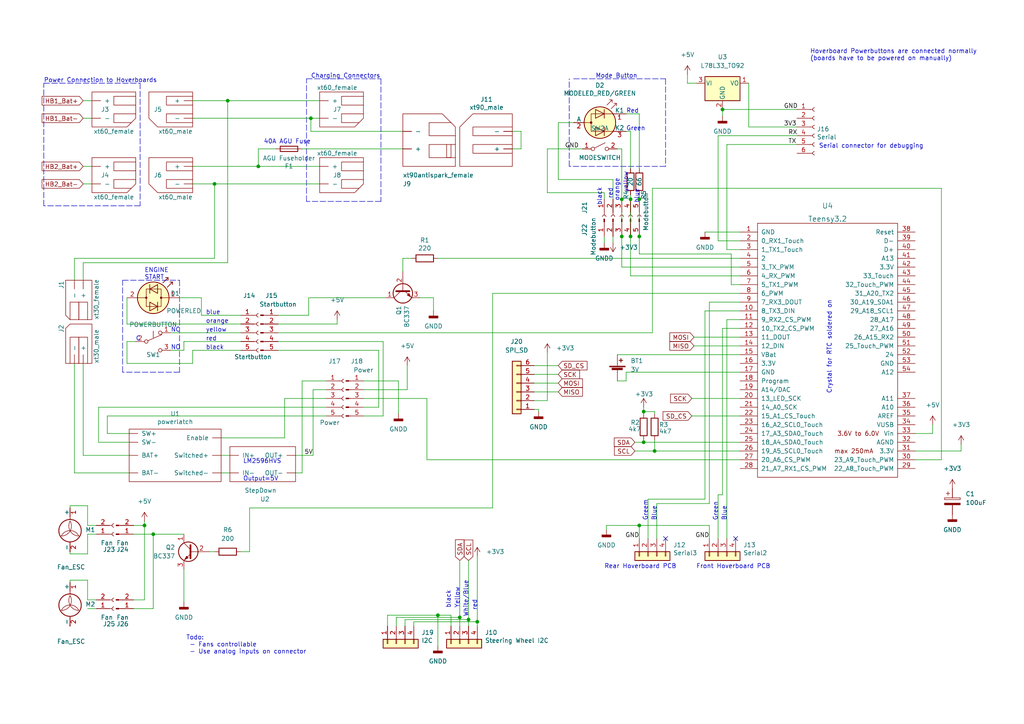
<source format=kicad_sch>
(kicad_sch (version 20211123) (generator eeschema)
  (paper "A4")
  (lib_symbols
    (symbol "Bobbycar_components:StepDown" (pin_names (offset 1.016))
      (property "Reference" "U" (at -1.27 0 0))
      (property "Value" "StepDown" (at 0 6.35 0))
      (symbol "StepDown_1_1"
        (pin power_in line (at -10.16 2.54 0) (length 2.54) (name "IN+") (number "~"))
        (pin power_in line (at -10.16 -2.54 0) (length 2.54) (name "IN-") (number "~"))
        (pin power_out line (at 8.89 2.54 180) (length 2.54) (name "OUT+") (number "~"))
        (pin power_out line (at 8.89 -2.54 180) (length 2.54) (name "OUT-") (number "~"))
      )
    )
    (symbol "Bobbycar_components:powerlatch" (pin_names (offset 1.016))
      (property "Reference" "U" (at -1.27 6.35 0))
      (property "Value" "powerlatch" (at 0 10.16 0))
      (symbol "powerlatch_1_1"
        (pin power_in line (at -12.7 1.27 0) (length 2.54) (name "BAT+") (number "~"))
        (pin power_in line (at -12.7 -3.81 0) (length 2.54) (name "BAT-") (number "~"))
        (pin input line (at 13.97 6.35 180) (length 2.54) (name "Enable") (number "~"))
        (pin input line (at -12.7 7.62 0) (length 2.54) (name "SW+") (number "~"))
        (pin input line (at -12.7 5.08 0) (length 2.54) (name "SW-") (number "~"))
        (pin power_in line (at 13.97 1.27 180) (length 2.54) (name "Switched+") (number "~"))
        (pin power_in line (at 13.97 -3.81 180) (length 2.54) (name "Switched-") (number "~"))
      )
    )
    (symbol "Bobbycar_components:xt30_female" (pin_names (offset 1.016))
      (property "Reference" "J" (at 0 15.24 0))
      (property "Value" "xt30_female" (at 0 12.7 0))
      (symbol "xt30_female_1_1"
        (pin power_out line (at 1.27 0 90) (length 2.54) (name "+") (number "~"))
        (pin power_out line (at -1.27 0 90) (length 2.54) (name "-") (number "~"))
      )
    )
    (symbol "Bobbycar_components:xt30_male" (pin_names (offset 1.016))
      (property "Reference" "J" (at 0 16.51 0))
      (property "Value" "xt30_male" (at 0 13.97 0))
      (symbol "xt30_male_1_1"
        (pin power_in line (at 1.27 0 90) (length 2.54) (name "+") (number "~"))
        (pin power_in line (at -1.27 0 90) (length 2.54) (name "-") (number "~"))
      )
    )
    (symbol "Bobbycar_components:xt60_female" (pin_names (offset 1.016))
      (property "Reference" "J" (at 0 11.43 0))
      (property "Value" "xt60_female" (at 0 13.97 0))
      (symbol "xt60_female_1_1"
        (pin power_out line (at 2.54 0 90) (length 2.54) (name "+") (number "~"))
        (pin power_out line (at -2.54 0 90) (length 2.54) (name "-") (number "~"))
      )
    )
    (symbol "Bobbycar_components:xt60_male" (pin_names (offset 1.016))
      (property "Reference" "J" (at 0 11.43 0))
      (property "Value" "xt60_male" (at 0 13.97 0))
      (symbol "xt60_male_1_1"
        (pin power_in line (at 2.54 0 90) (length 2.54) (name "+") (number "~"))
        (pin power_in line (at -2.54 0 90) (length 2.54) (name "-") (number "~"))
      )
    )
    (symbol "Bobbycar_components:xt90_male" (pin_names (offset 1.016))
      (property "Reference" "J" (at 0 19.05 0))
      (property "Value" "xt90_male" (at 0 16.51 0))
      (symbol "xt90_male_1_1"
        (pin power_in line (at 2.54 0 90) (length 2.54) (name "+") (number "~"))
        (pin power_in line (at -2.54 0 90) (length 2.54) (name "-") (number "~"))
      )
    )
    (symbol "Bobbycar_components:xt90antispark_female" (pin_names (offset 1.016))
      (property "Reference" "J" (at 0 16.51 0))
      (property "Value" "xt90antispark_female" (at 1.27 19.05 0))
      (symbol "xt90antispark_female_1_1"
        (pin power_out line (at 2.54 0 90) (length 2.54) (name "+") (number "~"))
        (pin power_out line (at -2.54 0 90) (length 2.54) (name "-") (number "~"))
      )
    )
    (symbol "Bobbycar_wiring-rescue:LED_Dual_2pin-Device" (pin_names (offset 0) hide)
      (property "Reference" "D" (at 0 5.715 0))
      (property "Value" "LED_Dual_2pin-Device" (at 0 -6.35 0))
      (symbol "LED_Dual_2pin-Device_1_1"
        (pin input line (at 7.62 0 180) (length 3.81) (name "KA") (number "1"))
        (pin input line (at -7.62 0 0) (length 3.048) (name "AK") (number "2"))
      )
    )
    (symbol "Bobbycar_wiring-rescue:LED_Dual_CAC-Device" (pin_names (offset 0))
      (property "Reference" "D" (at 0 5.715 0))
      (property "Value" "LED_Dual_CAC-Device" (at 0 -6.35 0))
      (symbol "LED_Dual_CAC-Device_1_1"
        (pin input line (at 7.62 2.54 180) (length 3.81) (name "K1") (number "1"))
        (pin input line (at -7.62 0 0) (length 3.048) (name "A") (number "2"))
        (pin input line (at 7.62 -2.54 180) (length 3.81) (name "K2") (number "3"))
      )
    )
    (symbol "Bobbycar_wiring-rescue:SW_DPST_x2-Switch" (pin_names (offset 0) hide)
      (property "Reference" "SW" (at 0 3.175 0))
      (property "Value" "SW_DPST_x2-Switch" (at 0 -2.54 0))
      (symbol "SW_DPST_x2-Switch_1_1"
        (pin passive line (at -5.08 0 0) (length 2.54) (name "A") (number "1"))
        (pin passive line (at 5.08 0 180) (length 2.54) (name "B") (number "2"))
      )
      (symbol "SW_DPST_x2-Switch_2_1"
        (pin input line (at -5.08 0 0) (length 2.54) (name "A") (number "3"))
        (pin input line (at 5.08 0 180) (length 2.54) (name "B") (number "4"))
      )
    )
    (symbol "Connector:Conn_01x02_Female" (pin_names (offset 1.016) hide)
      (property "Reference" "J" (at 0 2.54 0))
      (property "Value" "Conn_01x02_Female" (at 0 -5.08 0))
      (symbol "Conn_01x02_Female_1_1"
        (pin passive line (at -5.08 0 0) (length 3.81) (name "Pin_1") (number "1"))
        (pin passive line (at -5.08 -2.54 0) (length 3.81) (name "Pin_2") (number "2"))
      )
    )
    (symbol "Connector:Conn_01x02_Male" (pin_names (offset 1.016) hide)
      (property "Reference" "J" (at 0 2.54 0))
      (property "Value" "Conn_01x02_Male" (at 0 -5.08 0))
      (symbol "Conn_01x02_Male_1_1"
        (pin passive line (at 5.08 0 180) (length 3.81) (name "Pin_1") (number "1"))
        (pin passive line (at 5.08 -2.54 180) (length 3.81) (name "Pin_2") (number "2"))
      )
    )
    (symbol "Connector:Conn_01x05_Female" (pin_names (offset 1.016) hide)
      (property "Reference" "J" (at 0 7.62 0))
      (property "Value" "Conn_01x05_Female" (at 0 -7.62 0))
      (symbol "Conn_01x05_Female_1_1"
        (pin passive line (at -5.08 5.08 0) (length 3.81) (name "Pin_1") (number "1"))
        (pin passive line (at -5.08 2.54 0) (length 3.81) (name "Pin_2") (number "2"))
        (pin passive line (at -5.08 0 0) (length 3.81) (name "Pin_3") (number "3"))
        (pin passive line (at -5.08 -2.54 0) (length 3.81) (name "Pin_4") (number "4"))
        (pin passive line (at -5.08 -5.08 0) (length 3.81) (name "Pin_5") (number "5"))
      )
    )
    (symbol "Connector:Conn_01x05_Male" (pin_names (offset 1.016) hide)
      (property "Reference" "J" (at 0 7.62 0))
      (property "Value" "Conn_01x05_Male" (at 0 -7.62 0))
      (symbol "Conn_01x05_Male_1_1"
        (pin passive line (at 5.08 5.08 180) (length 3.81) (name "Pin_1") (number "1"))
        (pin passive line (at 5.08 2.54 180) (length 3.81) (name "Pin_2") (number "2"))
        (pin passive line (at 5.08 0 180) (length 3.81) (name "Pin_3") (number "3"))
        (pin passive line (at 5.08 -2.54 180) (length 3.81) (name "Pin_4") (number "4"))
        (pin passive line (at 5.08 -5.08 180) (length 3.81) (name "Pin_5") (number "5"))
      )
    )
    (symbol "Connector:Conn_01x06_Female" (pin_names (offset 1.016) hide)
      (property "Reference" "J" (at 0 7.62 0))
      (property "Value" "Conn_01x06_Female" (at 0 -10.16 0))
      (symbol "Conn_01x06_Female_1_1"
        (pin passive line (at -5.08 5.08 0) (length 3.81) (name "Pin_1") (number "1"))
        (pin passive line (at -5.08 2.54 0) (length 3.81) (name "Pin_2") (number "2"))
        (pin passive line (at -5.08 0 0) (length 3.81) (name "Pin_3") (number "3"))
        (pin passive line (at -5.08 -2.54 0) (length 3.81) (name "Pin_4") (number "4"))
        (pin passive line (at -5.08 -5.08 0) (length 3.81) (name "Pin_5") (number "5"))
        (pin passive line (at -5.08 -7.62 0) (length 3.81) (name "Pin_6") (number "6"))
      )
    )
    (symbol "Connector_Generic:Conn_01x04" (pin_names (offset 1.016) hide)
      (property "Reference" "J" (at 0 5.08 0))
      (property "Value" "Conn_01x04" (at 0 -7.62 0))
      (symbol "Conn_01x04_1_1"
        (pin passive line (at -5.08 2.54 0) (length 3.81) (name "Pin_1") (number "1"))
        (pin passive line (at -5.08 0 0) (length 3.81) (name "Pin_2") (number "2"))
        (pin passive line (at -5.08 -2.54 0) (length 3.81) (name "Pin_3") (number "3"))
        (pin passive line (at -5.08 -5.08 0) (length 3.81) (name "Pin_4") (number "4"))
      )
    )
    (symbol "Connector_Generic:Conn_01x06" (pin_names (offset 1.016) hide)
      (property "Reference" "J" (at 0 7.62 0))
      (property "Value" "Conn_01x06" (at 0 -10.16 0))
      (symbol "Conn_01x06_1_1"
        (pin passive line (at -5.08 5.08 0) (length 3.81) (name "Pin_1") (number "1"))
        (pin passive line (at -5.08 2.54 0) (length 3.81) (name "Pin_2") (number "2"))
        (pin passive line (at -5.08 0 0) (length 3.81) (name "Pin_3") (number "3"))
        (pin passive line (at -5.08 -2.54 0) (length 3.81) (name "Pin_4") (number "4"))
        (pin passive line (at -5.08 -5.08 0) (length 3.81) (name "Pin_5") (number "5"))
        (pin passive line (at -5.08 -7.62 0) (length 3.81) (name "Pin_6") (number "6"))
      )
    )
    (symbol "Device:Battery_Cell" (pin_numbers hide) (pin_names (offset 0) hide)
      (property "Reference" "BT" (at 2.54 2.54 0))
      (property "Value" "Battery_Cell" (at 2.54 0 0))
      (symbol "Battery_Cell_1_1"
        (pin passive line (at 0 5.08 270) (length 2.54) (name "+") (number "1"))
        (pin passive line (at 0 -2.54 90) (length 2.54) (name "-") (number "2"))
      )
    )
    (symbol "Device:C_Polarized" (pin_numbers hide) (pin_names (offset 0.254))
      (property "Reference" "C" (at 0.635 2.54 0))
      (property "Value" "C_Polarized" (at 0.635 -2.54 0))
      (symbol "C_Polarized_1_1"
        (pin passive line (at 0 3.81 270) (length 2.794) (name "~") (number "1"))
        (pin passive line (at 0 -3.81 90) (length 2.794) (name "~") (number "2"))
      )
    )
    (symbol "Device:Fuse" (pin_numbers hide) (pin_names (offset 0))
      (property "Reference" "F" (at 2.032 0 90))
      (property "Value" "Fuse" (at -1.905 0 90))
      (symbol "Fuse_1_1"
        (pin passive line (at 0 3.81 270) (length 1.27) (name "~") (number "1"))
        (pin passive line (at 0 -3.81 90) (length 1.27) (name "~") (number "2"))
      )
    )
    (symbol "Device:R" (pin_numbers hide) (pin_names (offset 0))
      (property "Reference" "R" (at 2.032 0 90))
      (property "Value" "R" (at 0 0 90))
      (symbol "R_1_1"
        (pin passive line (at 0 3.81 270) (length 1.27) (name "~") (number "1"))
        (pin passive line (at 0 -3.81 90) (length 1.27) (name "~") (number "2"))
      )
    )
    (symbol "Motor:Fan" (pin_names (offset 0))
      (property "Reference" "M" (at 2.54 5.08 0))
      (property "Value" "Fan" (at 2.54 -2.54 0))
      (symbol "Fan_1_1"
        (pin passive line (at 0 7.62 270) (length 2.54) (name "+") (number "1"))
        (pin passive line (at 0 -5.08 90) (length 2.54) (name "-") (number "2"))
      )
    )
    (symbol "Regulator_Linear:L78L33_TO92" (pin_names (offset 0.254))
      (property "Reference" "U" (at -3.81 3.175 0))
      (property "Value" "L78L33_TO92" (at 0 3.175 0))
      (symbol "L78L33_TO92_1_1"
        (pin power_out line (at 7.62 0 180) (length 2.54) (name "VO") (number "1"))
        (pin power_in line (at 0 -7.62 90) (length 2.54) (name "GND") (number "2"))
        (pin power_in line (at -7.62 0 0) (length 2.54) (name "VI") (number "3"))
      )
    )
    (symbol "Switch:SW_Push_SPDT" (pin_names (offset 0) hide)
      (property "Reference" "SW" (at 0 4.318 0))
      (property "Value" "SW_Push_SPDT" (at 0 -5.08 0))
      (symbol "SW_Push_SPDT_1_1"
        (pin passive line (at 5.08 2.54 180) (length 2.54) (name "A") (number "1"))
        (pin passive line (at -5.08 0 0) (length 2.54) (name "B") (number "2"))
        (pin passive line (at 5.08 -2.54 180) (length 2.54) (name "C") (number "3"))
      )
    )
    (symbol "Transistor_BJT:BC337" (pin_names (offset 0) hide)
      (property "Reference" "Q" (at 5.08 1.905 0))
      (property "Value" "BC337" (at 5.08 0 0))
      (symbol "BC337_1_1"
        (pin passive line (at 2.54 5.08 270) (length 2.54) (name "C") (number "1"))
        (pin input line (at -5.08 0 0) (length 5.08) (name "B") (number "2"))
        (pin passive line (at 2.54 -5.08 90) (length 2.54) (name "E") (number "3"))
      )
    )
    (symbol "power:+3V3" (power) (pin_names (offset 0))
      (property "Value" "+3V3" (at 0 3.556 0))
      (symbol "+3V3_1_1"
        (pin power_in line (at 0 0 90) (length 0) hide (name "+3V3") (number "1"))
      )
    )
    (symbol "power:+5V" (power) (pin_names (offset 0))
      (property "Value" "+5V" (at 0 3.556 0))
      (symbol "+5V_1_1"
        (pin power_in line (at 0 0 90) (length 0) hide (name "+5V") (number "1"))
      )
    )
    (symbol "power:GNDD" (power) (pin_names (offset 0))
      (property "Value" "GNDD" (at 0 -3.175 0))
      (symbol "GNDD_1_1"
        (pin power_in line (at 0 0 270) (length 0) hide (name "GNDD") (number "1"))
      )
    )
    (symbol "teensy:Teensy3.2" (pin_names (offset 1.016))
      (property "Reference" "U" (at 0 39.37 0))
      (property "Value" "Teensy3.2" (at 0 -39.37 0))
      (symbol "Teensy3.2_0_0"
        (text "3.6V to 6.0V" (at 8.89 -24.13 0) (effects (font (size 1.27 1.27))))
        (text "max 250mA" (at 7.62 -29.21 0) (effects (font (size 1.27 1.27))))
      )
      (symbol "Teensy3.2_1_1"
        (pin power_in line (at -25.4 34.29 0) (length 5.08) (name "GND") (number "1"))
        (pin bidirectional line (at -25.4 11.43 0) (length 5.08) (name "8_TX3_DIN") (number "10"))
        (pin bidirectional line (at -25.4 8.89 0) (length 5.08) (name "9_RX2_CS_PWM") (number "11"))
        (pin bidirectional line (at -25.4 6.35 0) (length 5.08) (name "10_TX2_CS_PWM") (number "12"))
        (pin bidirectional line (at -25.4 3.81 0) (length 5.08) (name "11_DOUT") (number "13"))
        (pin bidirectional line (at -25.4 1.27 0) (length 5.08) (name "12_DIN") (number "14"))
        (pin power_in line (at -25.4 -1.27 0) (length 5.08) (name "VBat") (number "15"))
        (pin power_out line (at -25.4 -3.81 0) (length 5.08) (name "3.3V") (number "16"))
        (pin power_in line (at -25.4 -6.35 0) (length 5.08) (name "GND") (number "17"))
        (pin input line (at -25.4 -8.89 0) (length 5.08) (name "Program") (number "18"))
        (pin bidirectional line (at -25.4 -11.43 0) (length 5.08) (name "A14/DAC") (number "19"))
        (pin bidirectional line (at -25.4 31.75 0) (length 5.08) (name "0_RX1_Touch") (number "2"))
        (pin bidirectional line (at -25.4 -13.97 0) (length 5.08) (name "13_LED_SCK") (number "20"))
        (pin bidirectional line (at -25.4 -16.51 0) (length 5.08) (name "14_A0_SCK") (number "21"))
        (pin bidirectional line (at -25.4 -19.05 0) (length 5.08) (name "15_A1_CS_Touch") (number "22"))
        (pin bidirectional line (at -25.4 -21.59 0) (length 5.08) (name "16_A2_SCL0_Touch") (number "23"))
        (pin bidirectional line (at -25.4 -24.13 0) (length 5.08) (name "17_A3_SDA0_Touch") (number "24"))
        (pin bidirectional line (at -25.4 -26.67 0) (length 5.08) (name "18_A4_SDA0_Touch") (number "25"))
        (pin bidirectional line (at -25.4 -29.21 0) (length 5.08) (name "19_A5_SCL0_Touch") (number "26"))
        (pin bidirectional line (at -25.4 -31.75 0) (length 5.08) (name "20_A6_CS_PWM") (number "27"))
        (pin bidirectional line (at -25.4 -34.29 0) (length 5.08) (name "21_A7_RX1_CS_PWM") (number "28"))
        (pin bidirectional line (at 25.4 -34.29 180) (length 5.08) (name "22_A8_Touch_PWM") (number "29"))
        (pin bidirectional line (at -25.4 29.21 0) (length 5.08) (name "1_TX1_Touch") (number "3"))
        (pin bidirectional line (at 25.4 -31.75 180) (length 5.08) (name "23_A9_Touch_PWM") (number "30"))
        (pin power_out line (at 25.4 -29.21 180) (length 5.08) (name "3.3V") (number "31"))
        (pin power_out line (at 25.4 -26.67 180) (length 5.08) (name "AGND") (number "32"))
        (pin power_in line (at 25.4 -24.13 180) (length 5.08) (name "Vin") (number "33"))
        (pin power_in line (at 25.4 -21.59 180) (length 5.08) (name "VUSB") (number "34"))
        (pin input line (at 25.4 -19.05 180) (length 5.08) (name "AREF") (number "35"))
        (pin bidirectional line (at 25.4 -16.51 180) (length 5.08) (name "A10") (number "36"))
        (pin bidirectional line (at 25.4 -13.97 180) (length 5.08) (name "A11") (number "37"))
        (pin input line (at 25.4 34.29 180) (length 5.08) (name "Reset") (number "38"))
        (pin bidirectional line (at 25.4 31.75 180) (length 5.08) (name "D-") (number "39"))
        (pin bidirectional line (at -25.4 26.67 0) (length 5.08) (name "2") (number "4"))
        (pin bidirectional line (at 25.4 29.21 180) (length 5.08) (name "D+") (number "40"))
        (pin bidirectional line (at 25.4 26.67 180) (length 5.08) (name "A13") (number "41"))
        (pin power_out line (at 25.4 24.13 180) (length 5.08) (name "3.3V") (number "42"))
        (pin bidirectional line (at 25.4 21.59 180) (length 5.08) (name "33_Touch") (number "43"))
        (pin bidirectional line (at 25.4 19.05 180) (length 5.08) (name "32_Touch_PWM") (number "44"))
        (pin bidirectional line (at 25.4 16.51 180) (length 5.08) (name "31_A20_TX2") (number "45"))
        (pin bidirectional line (at 25.4 13.97 180) (length 5.08) (name "30_A19_SDA1") (number "46"))
        (pin bidirectional line (at 25.4 11.43 180) (length 5.08) (name "29_A18_SCL1") (number "47"))
        (pin bidirectional line (at 25.4 8.89 180) (length 5.08) (name "28_A17") (number "48"))
        (pin bidirectional line (at 25.4 6.35 180) (length 5.08) (name "27_A16") (number "49"))
        (pin bidirectional line (at -25.4 24.13 0) (length 5.08) (name "3_TX_PWM") (number "5"))
        (pin bidirectional line (at 25.4 3.81 180) (length 5.08) (name "26_A15_RX2") (number "50"))
        (pin bidirectional line (at 25.4 1.27 180) (length 5.08) (name "25_Touch_PWM") (number "51"))
        (pin bidirectional line (at 25.4 -1.27 180) (length 5.08) (name "24") (number "52"))
        (pin power_in line (at 25.4 -3.81 180) (length 5.08) (name "GND") (number "53"))
        (pin bidirectional line (at 25.4 -6.35 180) (length 5.08) (name "A12") (number "54"))
        (pin bidirectional line (at -25.4 21.59 0) (length 5.08) (name "4_RX_PWM") (number "6"))
        (pin bidirectional line (at -25.4 19.05 0) (length 5.08) (name "5_TX1_PWM") (number "7"))
        (pin bidirectional line (at -25.4 16.51 0) (length 5.08) (name "6_PWM") (number "8"))
        (pin bidirectional line (at -25.4 13.97 0) (length 5.08) (name "7_RX3_DOUT") (number "9"))
      )
    )
  )
  (junction (at 62.23 53.34))
  (junction (at 41.91 152.4))
  (junction (at 135.89 179.705))
  (junction (at 186.69 128.27))
  (junction (at 90.17 34.29))
  (junction (at 44.45 154.94))
  (junction (at 182.88 57.785))
  (junction (at 185.42 152.4))
  (junction (at 186.69 119.38))
  (junction (at 185.42 68.58))
  (junction (at 127 178.435))
  (junction (at 74.93 48.26))
  (junction (at 189.865 130.81))
  (junction (at 185.42 57.785))
  (junction (at 209.55 31.75))
  (junction (at 182.88 68.58))
  (junction (at 180.34 57.785))
  (junction (at 180.34 68.58))
  (junction (at 138.43 180.34))
  (junction (at 133.35 179.07))
  (junction (at 66.04 29.21))
  (no_connect (at 213.36 156.21))
  (no_connect (at 193.04 156.21))
  (wire (pts (xy 66.675 132.08) (xy 64.135 132.08)))
  (wire (pts (xy 55.88 101.6) (xy 69.85 101.6)))
  (wire (pts (xy 62.23 53.34) (xy 62.23 74.93)))
  (wire (pts (xy 158.75 43.18) (xy 158.75 55.88)))
  (wire (pts (xy 181.61 38.1) (xy 182.88 38.1)))
  (wire (pts (xy 151.13 43.18) (xy 148.59 43.18)))
  (wire (pts (xy 185.42 57.785) (xy 185.42 68.58)))
  (wire (pts (xy 74.93 43.18) (xy 74.93 48.26)))
  (wire (pts (xy 127 178.435) (xy 112.395 178.435)))
  (polyline (pts (xy 12.7 59.69) (xy 12.7 24.13)))
  (wire (pts (xy 265.43 125.73) (xy 270.51 125.73)))
  (wire (pts (xy 133.35 162.56) (xy 133.35 179.07)))
  (wire (pts (xy 135.89 162.56) (xy 135.89 179.705)))
  (wire (pts (xy 189.865 119.38) (xy 189.865 120.015)))
  (wire (pts (xy 31.115 120.65) (xy 31.115 125.73)))
  (wire (pts (xy 177.8 52.07) (xy 177.8 57.785)))
  (wire (pts (xy 82.55 127) (xy 82.55 115.57)))
  (wire (pts (xy 37.465 125.73) (xy 31.115 125.73)))
  (wire (pts (xy 21.59 137.16) (xy 21.59 105.41)))
  (wire (pts (xy 26.67 53.34) (xy 24.13 53.34)))
  (wire (pts (xy 24.13 48.26) (xy 26.67 48.26)))
  (wire (pts (xy 186.69 118.11) (xy 186.69 119.38)))
  (wire (pts (xy 20.32 146.685) (xy 25.4 146.685)))
  (wire (pts (xy 265.43 130.81) (xy 278.765 130.81)))
  (wire (pts (xy 209.55 95.25) (xy 209.55 143.51)))
  (wire (pts (xy 66.04 29.21) (xy 66.04 76.2)))
  (wire (pts (xy 127 74.93) (xy 214.63 74.93)))
  (wire (pts (xy 38.735 173.99) (xy 41.91 173.99)))
  (polyline (pts (xy 52.07 81.28) (xy 52.07 107.95)))
  (wire (pts (xy 214.63 82.55) (xy 212.09 82.55)))
  (wire (pts (xy 212.09 73.66) (xy 185.42 73.66)))
  (wire (pts (xy 112.395 178.435) (xy 112.395 181.61)))
  (wire (pts (xy 20.32 168.275) (xy 25.4 168.275)))
  (wire (pts (xy 154.94 118.745) (xy 156.21 118.745)))
  (wire (pts (xy 214.63 85.09) (xy 142.875 85.09)))
  (polyline (pts (xy 40.64 24.13) (xy 40.64 59.69)))
  (wire (pts (xy 148.59 38.1) (xy 151.13 38.1)))
  (wire (pts (xy 89.535 86.36) (xy 111.76 86.36)))
  (wire (pts (xy 182.88 57.785) (xy 182.88 68.58)))
  (wire (pts (xy 161.925 35.56) (xy 161.925 52.07)))
  (wire (pts (xy 72.39 160.02) (xy 69.85 160.02)))
  (wire (pts (xy 55.88 105.41) (xy 55.88 101.6)))
  (wire (pts (xy 185.42 152.4) (xy 185.42 156.21)))
  (wire (pts (xy 209.55 31.75) (xy 209.55 33.655)))
  (wire (pts (xy 80.645 96.52) (xy 189.23 96.52)))
  (wire (pts (xy 20.32 168.91) (xy 20.32 168.275)))
  (wire (pts (xy 27.94 176.53) (xy 25.4 176.53)))
  (wire (pts (xy 209.55 143.51) (xy 208.28 143.51)))
  (wire (pts (xy 41.91 151.13) (xy 41.91 152.4)))
  (wire (pts (xy 62.23 53.34) (xy 92.71 53.34)))
  (wire (pts (xy 24.13 76.2) (xy 24.13 81.28)))
  (wire (pts (xy 25.4 154.94) (xy 25.4 160.655)))
  (wire (pts (xy 123.825 115.57) (xy 123.825 133.35)))
  (wire (pts (xy 158.75 43.18) (xy 168.91 43.18)))
  (wire (pts (xy 38.735 154.94) (xy 44.45 154.94)))
  (wire (pts (xy 154.94 108.585) (xy 161.925 108.585)))
  (wire (pts (xy 94.615 120.65) (xy 31.115 120.65)))
  (wire (pts (xy 154.94 111.125) (xy 161.925 111.125)))
  (wire (pts (xy 199.39 24.13) (xy 199.39 21.59)))
  (wire (pts (xy 24.13 132.08) (xy 37.465 132.08)))
  (wire (pts (xy 87.63 43.18) (xy 116.84 43.18)))
  (wire (pts (xy 109.855 118.11) (xy 105.41 118.11)))
  (wire (pts (xy 66.04 29.21) (xy 92.71 29.21)))
  (wire (pts (xy 135.89 179.705) (xy 117.475 179.705)))
  (wire (pts (xy 270.51 125.73) (xy 270.51 123.19)))
  (wire (pts (xy 158.75 55.88) (xy 175.26 55.88)))
  (wire (pts (xy 214.63 77.47) (xy 180.34 77.47)))
  (wire (pts (xy 25.4 168.275) (xy 25.4 173.99)))
  (wire (pts (xy 278.765 130.81) (xy 278.765 128.905)))
  (wire (pts (xy 90.17 38.1) (xy 90.17 34.29)))
  (wire (pts (xy 205.74 146.05) (xy 205.74 87.63)))
  (wire (pts (xy 89.535 91.44) (xy 89.535 86.36)))
  (wire (pts (xy 190.5 156.21) (xy 190.5 146.05)))
  (wire (pts (xy 123.825 133.35) (xy 214.63 133.35)))
  (wire (pts (xy 105.41 115.57) (xy 123.825 115.57)))
  (wire (pts (xy 184.15 128.27) (xy 186.69 128.27)))
  (wire (pts (xy 133.35 179.07) (xy 133.35 181.61)))
  (wire (pts (xy 189.23 54.61) (xy 189.23 96.52)))
  (wire (pts (xy 36.83 93.98) (xy 36.83 86.36)))
  (wire (pts (xy 58.42 91.44) (xy 69.85 91.44)))
  (wire (pts (xy 119.38 74.93) (xy 116.84 74.93)))
  (wire (pts (xy 130.81 178.435) (xy 127 178.435)))
  (wire (pts (xy 205.74 152.4) (xy 205.74 156.21)))
  (wire (pts (xy 177.8 68.58) (xy 177.8 70.485)))
  (wire (pts (xy 36.83 99.06) (xy 36.83 105.41)))
  (wire (pts (xy 94.615 118.11) (xy 28.575 118.11)))
  (wire (pts (xy 116.84 74.93) (xy 116.84 78.74)))
  (wire (pts (xy 182.88 68.58) (xy 182.88 80.01)))
  (wire (pts (xy 94.615 113.03) (xy 90.805 113.03)))
  (wire (pts (xy 138.43 180.34) (xy 138.43 181.61)))
  (wire (pts (xy 120.015 181.61) (xy 120.015 180.34)))
  (wire (pts (xy 217.17 24.13) (xy 217.17 36.83)))
  (wire (pts (xy 55.88 29.21) (xy 66.04 29.21)))
  (wire (pts (xy 24.13 29.21) (xy 26.67 29.21)))
  (wire (pts (xy 117.475 179.705) (xy 117.475 181.61)))
  (wire (pts (xy 182.88 56.515) (xy 182.88 57.785)))
  (wire (pts (xy 209.55 31.75) (xy 231.14 31.75)))
  (wire (pts (xy 25.4 146.685) (xy 25.4 152.4)))
  (wire (pts (xy 115.57 120.015) (xy 115.57 110.49)))
  (wire (pts (xy 25.4 173.99) (xy 27.94 173.99)))
  (wire (pts (xy 182.88 38.1) (xy 182.88 48.895)))
  (wire (pts (xy 208.28 69.85) (xy 208.28 39.37)))
  (wire (pts (xy 142.875 85.09) (xy 142.875 147.32)))
  (wire (pts (xy 204.47 90.17) (xy 204.47 144.78)))
  (wire (pts (xy 37.465 137.16) (xy 21.59 137.16)))
  (wire (pts (xy 38.735 176.53) (xy 44.45 176.53)))
  (wire (pts (xy 208.28 39.37) (xy 231.14 39.37)))
  (wire (pts (xy 175.895 152.4) (xy 185.42 152.4)))
  (polyline (pts (xy 165.1 48.26) (xy 165.1 22.86)))
  (wire (pts (xy 36.83 99.06) (xy 39.37 99.06)))
  (wire (pts (xy 125.73 86.36) (xy 125.73 90.17)))
  (wire (pts (xy 204.47 67.31) (xy 214.63 67.31)))
  (wire (pts (xy 115.57 110.49) (xy 105.41 110.49)))
  (wire (pts (xy 214.63 90.17) (xy 204.47 90.17)))
  (wire (pts (xy 187.96 156.21) (xy 187.96 144.78)))
  (wire (pts (xy 20.32 160.655) (xy 20.32 160.02)))
  (wire (pts (xy 38.735 152.4) (xy 41.91 152.4)))
  (wire (pts (xy 186.69 119.38) (xy 189.865 119.38)))
  (wire (pts (xy 111.125 120.65) (xy 111.125 99.06)))
  (wire (pts (xy 80.01 43.18) (xy 74.93 43.18)))
  (wire (pts (xy 80.645 101.6) (xy 109.855 101.6)))
  (wire (pts (xy 189.865 130.81) (xy 214.63 130.81)))
  (wire (pts (xy 180.34 43.18) (xy 180.34 57.785)))
  (wire (pts (xy 20.32 160.655) (xy 25.4 160.655)))
  (wire (pts (xy 118.11 113.03) (xy 105.41 113.03)))
  (wire (pts (xy 161.925 35.56) (xy 166.37 35.56)))
  (wire (pts (xy 74.93 48.26) (xy 92.71 48.26)))
  (polyline (pts (xy 52.07 107.95) (xy 35.56 107.95)))
  (wire (pts (xy 82.55 115.57) (xy 94.615 115.57)))
  (wire (pts (xy 175.26 68.58) (xy 175.26 70.485)))
  (wire (pts (xy 60.96 160.02) (xy 62.23 160.02)))
  (wire (pts (xy 265.43 133.35) (xy 273.05 133.35)))
  (wire (pts (xy 90.805 113.03) (xy 90.805 132.08)))
  (polyline (pts (xy 40.64 59.69) (xy 12.7 59.69)))
  (wire (pts (xy 181.61 33.02) (xy 185.42 33.02)))
  (wire (pts (xy 53.34 165.1) (xy 53.34 174.625)))
  (polyline (pts (xy 88.9 22.86) (xy 110.49 22.86)))
  (wire (pts (xy 114.935 179.07) (xy 133.35 179.07)))
  (wire (pts (xy 36.83 93.98) (xy 69.85 93.98)))
  (wire (pts (xy 87.63 110.49) (xy 94.615 110.49)))
  (wire (pts (xy 28.575 118.11) (xy 28.575 128.27)))
  (wire (pts (xy 181.61 110.49) (xy 179.07 110.49)))
  (wire (pts (xy 114.935 181.61) (xy 114.935 179.07)))
  (wire (pts (xy 55.88 48.26) (xy 74.93 48.26)))
  (wire (pts (xy 179.07 43.18) (xy 180.34 43.18)))
  (wire (pts (xy 118.11 106.045) (xy 118.11 113.03)))
  (wire (pts (xy 151.13 38.1) (xy 151.13 43.18)))
  (wire (pts (xy 53.34 99.06) (xy 69.85 99.06)))
  (wire (pts (xy 154.94 116.205) (xy 158.75 116.205)))
  (wire (pts (xy 21.59 74.93) (xy 62.23 74.93)))
  (wire (pts (xy 201.295 97.79) (xy 214.63 97.79)))
  (wire (pts (xy 181.61 107.95) (xy 181.61 110.49)))
  (wire (pts (xy 64.135 127) (xy 82.55 127)))
  (wire (pts (xy 55.88 53.34) (xy 62.23 53.34)))
  (polyline (pts (xy 35.56 81.28) (xy 52.07 81.28)))
  (wire (pts (xy 204.47 144.78) (xy 187.96 144.78)))
  (wire (pts (xy 97.79 93.98) (xy 97.79 92.71)))
  (polyline (pts (xy 35.56 107.95) (xy 35.56 81.28)))
  (wire (pts (xy 190.5 146.05) (xy 205.74 146.05)))
  (wire (pts (xy 179.07 102.87) (xy 214.63 102.87)))
  (wire (pts (xy 20.32 147.32) (xy 20.32 146.685)))
  (polyline (pts (xy 193.04 22.86) (xy 193.04 48.26)))
  (wire (pts (xy 72.39 147.32) (xy 72.39 160.02)))
  (wire (pts (xy 214.63 80.01) (xy 182.88 80.01)))
  (wire (pts (xy 185.42 33.02) (xy 185.42 48.895)))
  (polyline (pts (xy 110.49 22.86) (xy 110.49 58.42)))
  (wire (pts (xy 120.015 180.34) (xy 138.43 180.34)))
  (wire (pts (xy 66.675 137.16) (xy 64.135 137.16)))
  (polyline (pts (xy 110.49 58.42) (xy 88.9 58.42)))
  (wire (pts (xy 200.66 120.65) (xy 214.63 120.65)))
  (wire (pts (xy 44.45 176.53) (xy 44.45 154.94)))
  (wire (pts (xy 28.575 128.27) (xy 37.465 128.27)))
  (wire (pts (xy 201.295 100.33) (xy 214.63 100.33)))
  (wire (pts (xy 41.91 152.4) (xy 41.91 173.99)))
  (wire (pts (xy 175.895 152.4) (xy 175.895 153.67)))
  (wire (pts (xy 205.74 87.63) (xy 214.63 87.63)))
  (wire (pts (xy 210.82 92.71) (xy 210.82 156.21)))
  (wire (pts (xy 80.645 91.44) (xy 89.535 91.44)))
  (wire (pts (xy 210.82 41.91) (xy 210.82 72.39)))
  (wire (pts (xy 105.41 120.65) (xy 111.125 120.65)))
  (wire (pts (xy 27.94 154.94) (xy 25.4 154.94)))
  (wire (pts (xy 217.17 36.83) (xy 231.14 36.83)))
  (wire (pts (xy 186.69 119.38) (xy 186.69 120.015)))
  (wire (pts (xy 80.645 93.98) (xy 97.79 93.98)))
  (wire (pts (xy 161.925 52.07) (xy 177.8 52.07)))
  (wire (pts (xy 142.875 147.32) (xy 72.39 147.32)))
  (wire (pts (xy 138.43 161.29) (xy 138.43 180.34)))
  (wire (pts (xy 201.93 24.13) (xy 199.39 24.13)))
  (wire (pts (xy 184.15 130.81) (xy 189.865 130.81)))
  (wire (pts (xy 273.05 54.61) (xy 189.23 54.61)))
  (wire (pts (xy 154.94 106.045) (xy 161.925 106.045)))
  (wire (pts (xy 49.53 96.52) (xy 69.85 96.52)))
  (wire (pts (xy 154.94 113.665) (xy 161.925 113.665)))
  (wire (pts (xy 185.42 152.4) (xy 205.74 152.4)))
  (wire (pts (xy 200.66 115.57) (xy 214.63 115.57)))
  (wire (pts (xy 49.53 101.6) (xy 53.34 101.6)))
  (wire (pts (xy 214.63 69.85) (xy 208.28 69.85)))
  (wire (pts (xy 156.21 118.745) (xy 156.21 119.38)))
  (wire (pts (xy 208.28 143.51) (xy 208.28 156.21)))
  (wire (pts (xy 180.34 68.58) (xy 180.34 77.47)))
  (wire (pts (xy 24.13 105.41) (xy 24.13 132.08)))
  (wire (pts (xy 44.45 154.94) (xy 53.34 154.94)))
  (wire (pts (xy 210.82 92.71) (xy 214.63 92.71)))
  (wire (pts (xy 58.42 86.36) (xy 58.42 91.44)))
  (wire (pts (xy 214.63 95.25) (xy 209.55 95.25)))
  (polyline (pts (xy 193.04 48.26) (xy 165.1 48.26)))
  (wire (pts (xy 36.83 105.41) (xy 55.88 105.41)))
  (wire (pts (xy 109.855 101.6) (xy 109.855 118.11)))
  (polyline (pts (xy 12.7 24.13) (xy 40.64 24.13)))
  (wire (pts (xy 80.645 99.06) (xy 111.125 99.06)))
  (wire (pts (xy 121.92 86.36) (xy 125.73 86.36)))
  (wire (pts (xy 85.725 137.16) (xy 87.63 137.16)))
  (wire (pts (xy 116.84 38.1) (xy 90.17 38.1)))
  (wire (pts (xy 210.82 41.91) (xy 231.14 41.91)))
  (wire (pts (xy 127 178.435) (xy 127 187.325)))
  (wire (pts (xy 186.69 127.635) (xy 186.69 128.27)))
  (wire (pts (xy 25.4 152.4) (xy 27.94 152.4)))
  (wire (pts (xy 24.13 76.2) (xy 66.04 76.2)))
  (wire (pts (xy 90.805 132.08) (xy 85.725 132.08)))
  (wire (pts (xy 58.42 86.36) (xy 52.07 86.36)))
  (wire (pts (xy 212.09 82.55) (xy 212.09 73.66)))
  (wire (pts (xy 158.75 102.235) (xy 158.75 116.205)))
  (wire (pts (xy 26.67 34.29) (xy 24.13 34.29)))
  (polyline (pts (xy 166.37 22.86) (xy 193.04 22.86)))
  (wire (pts (xy 135.89 179.705) (xy 135.89 181.61)))
  (wire (pts (xy 55.88 34.29) (xy 90.17 34.29)))
  (wire (pts (xy 53.34 101.6) (xy 53.34 99.06)))
  (wire (pts (xy 210.82 72.39) (xy 214.63 72.39)))
  (wire (pts (xy 185.42 68.58) (xy 185.42 73.66)))
  (polyline (pts (xy 88.9 58.42) (xy 88.9 22.86)))
  (wire (pts (xy 185.42 56.515) (xy 185.42 57.785)))
  (wire (pts (xy 21.59 81.28) (xy 21.59 74.93)))
  (wire (pts (xy 189.865 127.635) (xy 189.865 130.81)))
  (wire (pts (xy 175.26 55.88) (xy 175.26 57.785)))
  (wire (pts (xy 273.05 133.35) (xy 273.05 54.61)))
  (wire (pts (xy 186.69 128.27) (xy 214.63 128.27)))
  (wire (pts (xy 87.63 137.16) (xy 87.63 110.49)))
  (wire (pts (xy 90.17 34.29) (xy 92.71 34.29)))
  (wire (pts (xy 180.34 57.785) (xy 180.34 68.58)))
  (wire (pts (xy 130.81 178.435) (xy 130.81 181.61)))
  (wire (pts (xy 214.63 107.95) (xy 181.61 107.95)))
  (text "40A AGU Fuse" (at 90.17 41.91 180) (effects (font (size 1.27 1.27)) (justify right bottom)))
  (text "black" (at 174.625 59.69 90) (effects (font (size 1.27 1.27)) (justify left bottom)))
  (text "Front Hoverboard PCB" (at 201.93 165.1 0) (effects (font (size 1.27 1.27)) (justify left bottom)))
  (text "orange" (at 179.705 58.42 90) (effects (font (size 1.27 1.27)) (justify left bottom)))
  (text "Hoverboard Powerbuttons are connected normally\n(boards have to be powered on manually)" (at 234.95 17.78 0) (effects (font (size 1.27 1.27)) (justify left bottom)))
  (text "red" (at 59.69 99.06 0) (effects (font (size 1.27 1.27)) (justify left bottom)))
  (text "yellow" (at 59.69 96.52 0) (effects (font (size 1.27 1.27)) (justify left bottom)))
  (text "Rear Hoverboard PCB" (at 175.26 165.1 0) (effects (font (size 1.27 1.27)) (justify left bottom)))
  (text "Blue" (at 210.82 151.13 90) (effects (font (size 1.27 1.27)) (justify left bottom)))
  (text "yellow" (at 182.245 55.88 90) (effects (font (size 1.27 1.27)) (justify left bottom)))
  (text "red" (at 138.43 177.165 90) (effects (font (size 1.27 1.27)) (justify left bottom)))
  (text "blue" (at 185.42 59.055 90) (effects (font (size 1.27 1.27)) (justify left bottom)))
  (text "Serial connector for debugging" (at 237.49 43.18 0) (effects (font (size 1.27 1.27)) (justify left bottom)))
  (text "Green" (at 208.28 151.13 90) (effects (font (size 1.27 1.27)) (justify left bottom)))
  (text "Greem" (at 187.96 151.13 90) (effects (font (size 1.27 1.27)) (justify left bottom)))
  (text "Yellow" (at 133.35 176.53 90) (effects (font (size 1.27 1.27)) (justify left bottom)))
  (text "Charging Connectors" (at 90.17 22.86 0) (effects (font (size 1.27 1.27)) (justify left bottom)))
  (text "Output=5V" (at 70.485 139.7 0) (effects (font (size 1.27 1.27)) (justify left bottom)))
  (text "red" (at 177.8 57.785 90) (effects (font (size 1.27 1.27)) (justify left bottom)))
  (text "C" (at 39.37 99.06 0) (effects (font (size 1.27 1.27)) (justify left bottom)))
  (text "ENGINE\nSTART" (at 41.91 81.28 0) (effects (font (size 1.27 1.27)) (justify left bottom)))
  (text "Blue" (at 190.5 151.13 90) (effects (font (size 1.27 1.27)) (justify left bottom)))
  (text "blue" (at 59.69 91.44 0) (effects (font (size 1.27 1.27)) (justify left bottom)))
  (text "Crystal for RTC soldered on" (at 241.3 114.3 90) (effects (font (size 1.27 1.27)) (justify left bottom)))
  (text "Mode Button" (at 172.72 22.86 0) (effects (font (size 1.27 1.27)) (justify left bottom)))
  (text "Green" (at 181.61 38.1 0) (effects (font (size 1.27 1.27)) (justify left bottom)))
  (text "orange" (at 59.69 93.98 0) (effects (font (size 1.27 1.27)) (justify left bottom)))
  (text "Todo:\n - Fans controllable\n - Use analog inputs on connector" (at 53.975 189.865 0) (effects (font (size 1.27 1.27)) (justify left bottom)))
  (text "Power Connection to Hoverboards" (at 12.7 24.13 0) (effects (font (size 1.27 1.27)) (justify left bottom)))
  (text "White/Blue" (at 135.89 179.07 90) (effects (font (size 1.27 1.27)) (justify left bottom)))
  (text "black" (at 59.69 101.6 0) (effects (font (size 1.27 1.27)) (justify left bottom)))
  (text "NC" (at 49.53 96.52 0) (effects (font (size 1.27 1.27)) (justify left bottom)))
  (text "NO" (at 49.53 101.6 0) (effects (font (size 1.27 1.27)) (justify left bottom)))
  (text "LM2596HVS" (at 70.485 134.62 0) (effects (font (size 1.27 1.27)) (justify left bottom)))
  (text "Red" (at 181.61 33.02 0) (effects (font (size 1.27 1.27)) (justify left bottom)))
  (text "black" (at 130.81 176.53 90) (effects (font (size 1.27 1.27)) (justify left bottom)))
  (label "5V" (at 88.265 132.08 0))
  (label "RX" (at 228.6 39.37 0))
  (label "GND" (at 163.83 43.18 0))
  (label "GND" (at 227.33 31.75 0))
  (label "TX" (at 228.6 41.91 0))
  (label "GND" (at 185.42 156.21 180))
  (label "3V3" (at 227.33 36.83 0))
  (label "GND" (at 205.74 156.21 180))
  (global_label "SCK" (shape input) (at 200.66 115.57 180) (property "Intersheet References" "${INTERSHEET_REFS}" (effects hide)))
  (global_label "HB1_Bat+" (shape input) (at 24.13 29.21 180) (property "Intersheet References" "${INTERSHEET_REFS}" (effects hide)))
  (global_label "HB2_Bat+" (shape input) (at 24.13 48.26 180) (property "Intersheet References" "${INTERSHEET_REFS}" (effects hide)))
  (global_label "MOSI" (shape input) (at 201.295 97.79 180) (property "Intersheet References" "${INTERSHEET_REFS}" (effects hide)))
  (global_label "SCL" (shape input) (at 135.89 162.56 90) (property "Intersheet References" "${INTERSHEET_REFS}" (effects hide)))
  (global_label "SCL" (shape input) (at 184.15 130.81 180) (property "Intersheet References" "${INTERSHEET_REFS}" (effects hide)))
  (global_label "SDA" (shape input) (at 184.15 128.27 180) (property "Intersheet References" "${INTERSHEET_REFS}" (effects hide)))
  (global_label "HB1_Bat-" (shape input) (at 24.13 34.29 180) (property "Intersheet References" "${INTERSHEET_REFS}" (effects hide)))
  (global_label "MISO" (shape input) (at 161.925 113.665 0) (property "Intersheet References" "${INTERSHEET_REFS}" (effects hide)))
  (global_label "SD_CS" (shape input) (at 161.925 106.045 0) (property "Intersheet References" "${INTERSHEET_REFS}" (effects hide)))
  (global_label "MISO" (shape input) (at 201.295 100.33 180) (property "Intersheet References" "${INTERSHEET_REFS}" (effects hide)))
  (global_label "SD_CS" (shape input) (at 200.66 120.65 180) (property "Intersheet References" "${INTERSHEET_REFS}" (effects hide)))
  (global_label "SDA" (shape input) (at 133.35 162.56 90) (property "Intersheet References" "${INTERSHEET_REFS}" (effects hide)))
  (global_label "HB2_Bat-" (shape input) (at 24.13 53.34 180) (property "Intersheet References" "${INTERSHEET_REFS}" (effects hide)))
  (global_label "MOSI" (shape input) (at 161.925 111.125 0) (property "Intersheet References" "${INTERSHEET_REFS}" (effects hide)))
  (global_label "SCK" (shape input) (at 161.925 108.585 0) (property "Intersheet References" "${INTERSHEET_REFS}" (effects hide)))
  (symbol (lib_id "Bobbycar_components:StepDown") (at 76.835 134.62 0) (unit 1) (in_bom no) (on_board no)
    (property "Reference" "U2" (at 76.835 144.78 0))
    (property "Value" "StepDown" (at 75.565 142.24 0))
  )
  (symbol (lib_id "Bobbycar_components:powerlatch") (at 50.165 133.35 0) (unit 1) (in_bom no) (on_board no)
    (property "Reference" "U1" (at 50.8 120.015 0))
    (property "Value" "powerlatch" (at 50.8 122.3264 0))
  )
  (symbol (lib_id "Switch:SW_Push_SPDT") (at 44.45 99.06 0) (unit 1) (in_bom no) (on_board no)
    (property "Reference" "SW1" (at 44.45 102.87 0))
    (property "Value" "POWERBUTTON" (at 44.45 94.1324 0))
  )
  (symbol (lib_id "Transistor_BJT:BC337") (at 116.84 83.82 90) (mirror x) (unit 1)
    (property "Reference" "Q1" (at 115.6716 88.646 0) (effects (justify left)))
    (property "Value" "BC337" (at 117.983 88.646 0) (effects (justify left)))
    (property "Footprint" "Package_TO_SOT_THT:TO-92_Inline" (effects hide))
    (property "Datasheet" "http://www.nxp.com/documents/data_sheet/BC817_BC817W_BC337.pdf" (effects hide))
  )
  (symbol (lib_id "Device:R") (at 123.19 74.93 270) (unit 1)
    (property "Reference" "R1" (at 123.19 69.6722 90))
    (property "Value" "220" (at 123.19 71.9836 90))
    (property "Footprint" "Resistor_SMD:R_0603_1608Metric_Pad0.98x0.95mm_HandSolder" (effects hide))
  )
  (symbol (lib_id "Connector:Conn_01x06_Female") (at 236.22 36.83 0) (unit 1)
    (property "Reference" "J16" (at 236.9312 37.4396 0) (effects (justify left)))
    (property "Value" "Serial" (at 236.9312 39.751 0) (effects (justify left)))
    (property "Footprint" "Connector_PinHeader_2.54mm:PinHeader_1x06_P2.54mm_Horizontal" (effects hide))
  )
  (symbol (lib_id "Connector_Generic:Conn_01x04") (at 187.96 161.29 90) (mirror x) (unit 1)
    (property "Reference" "J12" (at 195.2752 158.0642 90) (effects (justify right)))
    (property "Value" "Serial3" (at 195.2752 160.3756 90) (effects (justify right)))
    (property "Footprint" "Connector_JST:JST_XH_B4B-XH-A_1x04_P2.50mm_Vertical" (effects hide))
  )
  (symbol (lib_id "Connector_Generic:Conn_01x04") (at 208.28 161.29 90) (mirror x) (unit 1)
    (property "Reference" "J13" (at 215.5952 158.0642 90) (effects (justify right)))
    (property "Value" "Serial2" (at 215.5952 160.3756 90) (effects (justify right)))
    (property "Footprint" "Connector_JST:JST_XH_B4B-XH-A_1x04_P2.50mm_Vertical" (effects hide))
  )
  (symbol (lib_id "Device:Fuse") (at 83.82 43.18 90) (unit 1) (in_bom no) (on_board no)
    (property "Reference" "F1" (at 83.82 48.1838 90))
    (property "Value" "AGU Fuseholder" (at 83.82 45.8724 90))
  )
  (symbol (lib_id "Bobbycar_components:xt60_male") (at 55.88 31.75 90) (unit 1) (in_bom no) (on_board no)
    (property "Reference" "J5" (at 46.99 31.75 90) (effects (justify left)))
    (property "Value" "xt60_male" (at 55.88 38.1 90) (effects (justify left)))
  )
  (symbol (lib_id "Bobbycar_components:xt60_male") (at 55.88 50.8 90) (unit 1) (in_bom no) (on_board no)
    (property "Reference" "J6" (at 46.99 50.8 90) (effects (justify left)))
    (property "Value" "xt60_male" (at 55.88 57.15 90) (effects (justify left)))
  )
  (symbol (lib_id "Bobbycar_components:xt60_female") (at 92.71 31.75 270) (mirror x) (unit 1) (in_bom no) (on_board no)
    (property "Reference" "J7" (at 97.79 31.75 90))
    (property "Value" "xt60_female" (at 97.79 25.4 90))
  )
  (symbol (lib_id "Bobbycar_components:xt60_female") (at 92.71 50.8 270) (mirror x) (unit 1) (in_bom no) (on_board no)
    (property "Reference" "J8" (at 97.79 50.8 90))
    (property "Value" "xt60_female" (at 97.79 44.45 90))
  )
  (symbol (lib_id "Bobbycar_components:xt90antispark_female") (at 116.84 40.64 270) (unit 1) (in_bom no) (on_board no)
    (property "Reference" "J9" (at 116.84 53.34 90) (effects (justify left)))
    (property "Value" "xt90antispark_female" (at 116.84 50.8 90) (effects (justify left)))
  )
  (symbol (lib_id "Bobbycar_components:xt90_male") (at 148.59 40.64 90) (mirror x) (unit 1) (in_bom no) (on_board no)
    (property "Reference" "J11" (at 141.1224 28.829 90))
    (property "Value" "xt90_male" (at 141.1224 31.1404 90))
  )
  (symbol (lib_id "Connector_Generic:Conn_01x04") (at 133.35 186.69 90) (mirror x) (unit 1)
    (property "Reference" "J10" (at 140.6652 183.4642 90) (effects (justify right)))
    (property "Value" "Steering Wheel I2C" (at 140.6652 185.7756 90) (effects (justify right)))
    (property "Footprint" "Connector_JST:JST_XH_B4B-XH-A_1x04_P2.50mm_Vertical" (effects hide))
  )
  (symbol (lib_id "Bobbycar_components:xt30_male") (at 22.86 105.41 0) (unit 1) (in_bom no) (on_board no)
    (property "Reference" "J2" (at 17.78 96.52 90) (effects (justify left)))
    (property "Value" "xt30_male" (at 27.94 105.41 90) (effects (justify left)))
  )
  (symbol (lib_id "Bobbycar_components:xt30_female") (at 22.86 81.28 0) (mirror x) (unit 1) (in_bom no) (on_board no)
    (property "Reference" "J1" (at 17.78 83.82 90) (effects (justify right)))
    (property "Value" "xt30_female" (at 27.94 92.71 90) (effects (justify right)))
  )
  (symbol (lib_id "Bobbycar_wiring-rescue:SW_DPST_x2-Switch") (at 173.99 43.18 0) (unit 1) (in_bom no) (on_board no)
    (property "Reference" "SW2" (at 173.99 37.211 0))
    (property "Value" "MODESWITCH" (at 173.99 45.72 0))
  )
  (symbol (lib_id "Bobbycar_wiring-rescue:LED_Dual_2pin-Device") (at 44.45 86.36 0) (unit 1) (in_bom no) (on_board no)
    (property "Reference" "D1" (at 50.8 85.09 0))
    (property "Value" "POWERLED" (at 53.34 90.17 0))
  )
  (symbol (lib_id "Bobbycar_wiring-rescue:LED_Dual_CAC-Device") (at 173.99 35.56 0) (unit 1) (in_bom no) (on_board no)
    (property "Reference" "D2" (at 173.99 24.765 0))
    (property "Value" "MODELED_RED/GREEN" (at 173.99 27.0764 0))
  )
  (symbol (lib_id "Device:R") (at 185.42 52.705 180) (unit 1) (in_bom no) (on_board no)
    (property "Reference" "R5" (at 186.69 56.515 90))
    (property "Value" "66" (at 185.42 52.705 90))
  )
  (symbol (lib_id "Device:R") (at 182.88 52.705 180) (unit 1) (in_bom no) (on_board no)
    (property "Reference" "R4" (at 181.61 56.515 90))
    (property "Value" "20" (at 182.88 52.705 90))
  )
  (symbol (lib_id "Device:R") (at 186.69 123.825 0) (unit 1)
    (property "Reference" "R2" (at 182.88 122.555 0) (effects (justify left)))
    (property "Value" "4k7" (at 182.245 124.46 0) (effects (justify left)))
    (property "Footprint" "Resistor_SMD:R_0603_1608Metric_Pad0.98x0.95mm_HandSolder" (effects hide))
  )
  (symbol (lib_id "Device:R") (at 189.865 123.825 0) (unit 1)
    (property "Reference" "R3" (at 191.135 123.19 0) (effects (justify left)))
    (property "Value" "4k7" (at 191.135 125.095 0) (effects (justify left)))
    (property "Footprint" "Resistor_SMD:R_0603_1608Metric_Pad0.98x0.95mm_HandSolder" (effects hide))
  )
  (symbol (lib_id "Bobbycar_components:xt60_female") (at 26.67 31.75 270) (mirror x) (unit 1) (in_bom no) (on_board no)
    (property "Reference" "J3" (at 30.48 31.75 90))
    (property "Value" "xt60_female" (at 33.02 38.1 90))
  )
  (symbol (lib_id "Bobbycar_components:xt60_female") (at 26.67 50.8 270) (mirror x) (unit 1) (in_bom no) (on_board no)
    (property "Reference" "J4" (at 30.48 50.8 90))
    (property "Value" "xt60_female" (at 33.02 57.15 90))
  )
  (symbol (lib_id "power:+5V") (at 199.39 21.59 0) (unit 1)
    (property "Reference" "#PWR0112" (effects hide))
    (property "Value" "+5V" (at 199.39 15.875 0))
  )
  (symbol (lib_id "power:GNDD") (at 209.55 33.655 0) (unit 1)
    (property "Reference" "#PWR0111" (effects hide))
    (property "Value" "GNDD" (at 209.55 38.1 0))
  )
  (symbol (lib_id "Connector:Conn_01x02_Male") (at 33.655 176.53 0) (mirror x) (unit 1)
    (property "Reference" "J26" (at 35.56 180.975 0))
    (property "Value" "Fan" (at 35.56 179.07 0))
    (property "Footprint" "Connector_JST:JST_XH_B2B-XH-A_1x02_P2.50mm_Vertical" (effects hide))
  )
  (symbol (lib_id "power:+3V3") (at 138.43 161.29 0) (unit 1)
    (property "Reference" "#PWR0101" (effects hide))
    (property "Value" "+3V3" (at 140.97 160.0199 0) (effects (justify left)))
  )
  (symbol (lib_id "power:+3V3") (at 158.75 102.235 0) (unit 1)
    (property "Reference" "#PWR0104" (effects hide))
    (property "Value" "+3V3" (at 161.29 100.9649 0) (effects (justify left)))
  )
  (symbol (lib_id "power:GNDD") (at 175.26 70.485 0) (unit 1)
    (property "Reference" "#PWR0113" (effects hide))
    (property "Value" "GNDD" (at 175.26 74.93 0))
  )
  (symbol (lib_id "power:GNDD") (at 156.21 119.38 0) (unit 1)
    (property "Reference" "#PWR0102" (effects hide))
    (property "Value" "GNDD" (at 156.21 123.825 0))
  )
  (symbol (lib_id "power:GNDD") (at 276.225 149.225 0) (unit 1)
    (property "Reference" "#PWR0108" (effects hide))
    (property "Value" "GNDD" (at 276.225 153.67 0))
  )
  (symbol (lib_id "power:GNDD") (at 115.57 120.015 0) (unit 1)
    (property "Reference" "#PWR0118" (effects hide))
    (property "Value" "GNDD" (at 115.57 124.46 0))
  )
  (symbol (lib_id "power:+5V") (at 41.91 151.13 0) (unit 1)
    (property "Reference" "#PWR0120" (effects hide))
    (property "Value" "+5V" (at 41.91 145.415 0))
  )
  (symbol (lib_id "Motor:Fan") (at 20.32 154.94 0) (unit 1) (in_bom no) (on_board no)
    (property "Reference" "M1" (at 24.765 153.6699 0) (effects (justify left)))
    (property "Value" "Fan_ESC" (at 16.51 164.465 0) (effects (justify left)))
  )
  (symbol (lib_id "power:GNDD") (at 175.895 153.67 0) (unit 1)
    (property "Reference" "#PWR0105" (effects hide))
    (property "Value" "GNDD" (at 175.895 158.115 0))
  )
  (symbol (lib_id "Transistor_BJT:BC337") (at 55.88 160.02 0) (mirror y) (unit 1)
    (property "Reference" "Q2" (at 50.8 158.7499 0) (effects (justify left)))
    (property "Value" "BC337" (at 50.8 161.2899 0) (effects (justify left)))
    (property "Footprint" "Package_TO_SOT_THT:TO-92_Inline" (effects hide))
    (property "Datasheet" "https://diotec.com/tl_files/diotec/files/pdf/datasheets/bc337.pdf" (effects hide))
  )
  (symbol (lib_id "Motor:Fan") (at 20.32 176.53 0) (unit 1) (in_bom no) (on_board no)
    (property "Reference" "M2" (at 24.765 175.2599 0) (effects (justify left)))
    (property "Value" "Fan_ESC" (at 16.51 186.055 0) (effects (justify left)))
  )
  (symbol (lib_id "power:+5V") (at 270.51 123.19 0) (unit 1)
    (property "Reference" "#PWR0106" (effects hide))
    (property "Value" "+5V" (at 270.51 117.475 0))
  )
  (symbol (lib_id "Connector:Conn_01x02_Female") (at 33.02 154.94 0) (mirror x) (unit 1) (in_bom no) (on_board no)
    (property "Reference" "J23" (at 29.845 159.385 0) (effects (justify left)))
    (property "Value" "Fan" (at 29.21 157.48 0) (effects (justify left)))
  )
  (symbol (lib_id "power:GNDD") (at 127 187.325 0) (unit 1)
    (property "Reference" "#PWR0119" (effects hide))
    (property "Value" "GNDD" (at 127 191.77 0))
  )
  (symbol (lib_id "Connector:Conn_01x05_Male") (at 180.34 63.5 90) (mirror x) (unit 1)
    (property "Reference" "J22" (at 169.545 66.675 0))
    (property "Value" "Modebutton" (at 172.085 68.58 0))
    (property "Footprint" "Connector_JST:JST_XH_B5B-XH-A_1x05_P2.50mm_Vertical" (effects hide))
  )
  (symbol (lib_id "power:+3V3") (at 276.225 141.605 0) (unit 1)
    (property "Reference" "#PWR0107" (effects hide))
    (property "Value" "+3V3" (at 276.225 135.89 0))
  )
  (symbol (lib_id "Connector_Generic:Conn_01x06") (at 149.86 113.665 180) (unit 1)
    (property "Reference" "J20" (at 149.86 99.06 0))
    (property "Value" "SPI_SD" (at 149.86 101.6 0))
    (property "Footprint" "Connector_JST:JST_XH_B6B-XH-A_1x06_P2.50mm_Vertical" (effects hide))
  )
  (symbol (lib_id "Connector:Conn_01x02_Female") (at 33.02 176.53 0) (mirror x) (unit 1) (in_bom no) (on_board no)
    (property "Reference" "J25" (at 29.845 180.975 0) (effects (justify left)))
    (property "Value" "Fan" (at 29.21 179.07 0) (effects (justify left)))
  )
  (symbol (lib_id "Regulator_Linear:L78L33_TO92") (at 209.55 24.13 0) (unit 1)
    (property "Reference" "U3" (at 209.55 16.51 0))
    (property "Value" "L78L33_TO92" (at 209.55 19.05 0))
    (property "Footprint" "Package_TO_SOT_THT:TO-92_Inline" (effects hide))
    (property "Datasheet" "http://www.st.com/content/ccc/resource/technical/document/datasheet/15/55/e5/aa/23/5b/43/fd/CD00000446.pdf/files/CD00000446.pdf/jcr:content/translations/en.CD00000446.pdf" (effects hide))
  )
  (symbol (lib_id "power:+5V") (at 97.79 92.71 0) (unit 1)
    (property "Reference" "#PWR0115" (effects hide))
    (property "Value" "+5V" (at 97.79 86.995 0))
  )
  (symbol (lib_id "Device:C_Polarized") (at 276.225 145.415 0) (unit 1)
    (property "Reference" "C1" (at 280.035 143.2559 0) (effects (justify left)))
    (property "Value" "100uF" (at 280.035 145.7959 0) (effects (justify left)))
    (property "Footprint" "Capacitor_THT:CP_Radial_D6.3mm_P2.50mm" (effects hide))
  )
  (symbol (lib_id "Connector:Conn_01x02_Male") (at 33.655 154.94 0) (mirror x) (unit 1)
    (property "Reference" "J24" (at 35.56 159.385 0))
    (property "Value" "Fan" (at 35.56 157.48 0))
    (property "Footprint" "Connector_JST:JST_XH_B2B-XH-A_1x02_P2.50mm_Vertical" (effects hide))
  )
  (symbol (lib_id "power:+3V3") (at 177.8 70.485 180) (unit 1)
    (property "Reference" "#PWR0114" (effects hide))
    (property "Value" "+3V3" (at 179.705 71.7549 0) (effects (justify right)))
  )
  (symbol (lib_id "Connector_Generic:Conn_01x04") (at 114.935 186.69 90) (mirror x) (unit 1)
    (property "Reference" "J19" (at 122.2502 183.4642 90) (effects (justify right)))
    (property "Value" "I2C" (at 122.2502 185.7756 90) (effects (justify right)))
    (property "Footprint" "Connector_JST:JST_XH_B4B-XH-A_1x04_P2.50mm_Vertical" (effects hide))
  )
  (symbol (lib_id "power:GNDD") (at 53.34 174.625 0) (unit 1)
    (property "Reference" "#PWR0121" (effects hide))
    (property "Value" "GNDD" (at 53.34 179.07 0))
  )
  (symbol (lib_id "Connector:Conn_01x05_Male") (at 100.33 115.57 0) (unit 1)
    (property "Reference" "J18" (at 103.505 104.775 0))
    (property "Value" "Power" (at 105.41 107.315 0))
    (property "Footprint" "Connector_JST:JST_XH_B5B-XH-A_1x05_P2.50mm_Vertical" (effects hide))
  )
  (symbol (lib_id "Device:Battery_Cell") (at 179.07 107.95 0) (unit 1)
    (property "Reference" "BT1" (at 182.88 104.6479 0) (effects (justify left)))
    (property "Value" "3V" (at 182.88 107.1879 0) (effects (justify left)))
    (property "Footprint" "Battery:BatteryHolder_Keystone_1058_1x2032" (effects hide))
  )
  (symbol (lib_id "Connector:Conn_01x05_Female") (at 74.93 96.52 0) (unit 1) (in_bom no) (on_board no)
    (property "Reference" "J14" (at 70.485 85.725 0) (effects (justify left)))
    (property "Value" "Startbutton" (at 67.945 103.505 0) (effects (justify left)))
  )
  (symbol (lib_id "power:+3V3") (at 278.765 128.905 0) (unit 1)
    (property "Reference" "#PWR0109" (effects hide))
    (property "Value" "+3V3" (at 278.765 123.19 0))
  )
  (symbol (lib_id "power:GNDD") (at 204.47 67.31 0) (unit 1)
    (property "Reference" "#PWR0110" (effects hide))
    (property "Value" "GNDD" (at 204.47 71.755 0))
  )
  (symbol (lib_id "power:GNDD") (at 125.73 90.17 0) (unit 1)
    (property "Reference" "#PWR0116" (effects hide))
    (property "Value" "GNDD" (at 125.73 94.615 0))
  )
  (symbol (lib_id "power:+5V") (at 118.11 106.045 0) (unit 1)
    (property "Reference" "#PWR0117" (effects hide))
    (property "Value" "+5V" (at 118.11 100.33 0))
  )
  (symbol (lib_id "Connector:Conn_01x05_Female") (at 180.34 62.865 90) (mirror x) (unit 1) (in_bom no) (on_board no)
    (property "Reference" "J21" (at 169.545 58.42 0) (effects (justify left)))
    (property "Value" "Modebutton" (at 187.325 55.88 0) (effects (justify left)))
  )
  (symbol (lib_id "power:+3V3") (at 186.69 118.11 0) (unit 1)
    (property "Reference" "#PWR0103" (effects hide))
    (property "Value" "+3V3" (at 184.15 114.3 0) (effects (justify left)))
  )
  (symbol (lib_id "teensy:Teensy3.2") (at 240.03 101.6 0) (unit 1)
    (property "Reference" "U4" (at 240.03 59.69 0) (effects (font (size 1.524 1.524))))
    (property "Value" "Teensy3.2" (at 240.03 63.5 0) (effects (font (size 1.524 1.524))))
    (property "Footprint" "teensy:Teensy30_31_32_All_Pins" (effects hide))
  )
  (symbol (lib_id "Device:R") (at 66.04 160.02 90) (unit 1)
    (property "Reference" "R6" (at 66.04 153.67 90))
    (property "Value" "200" (at 66.04 156.21 90))
    (property "Footprint" "Resistor_SMD:R_0603_1608Metric_Pad0.98x0.95mm_HandSolder" (effects hide))
  )
  (symbol (lib_id "Connector:Conn_01x05_Male") (at 75.565 96.52 0) (unit 1)
    (property "Reference" "J15" (at 78.74 85.725 0))
    (property "Value" "Startbutton" (at 80.645 88.265 0))
    (property "Footprint" "Connector_JST:JST_XH_B5B-XH-A_1x05_P2.50mm_Vertical" (effects hide))
  )
  (symbol (lib_id "Connector:Conn_01x05_Female") (at 99.695 115.57 0) (unit 1) (in_bom no) (on_board no)
    (property "Reference" "J17" (at 95.25 104.775 0) (effects (justify left)))
    (property "Value" "Power" (at 92.71 122.555 0) (effects (justify left)))
  )
)
</source>
